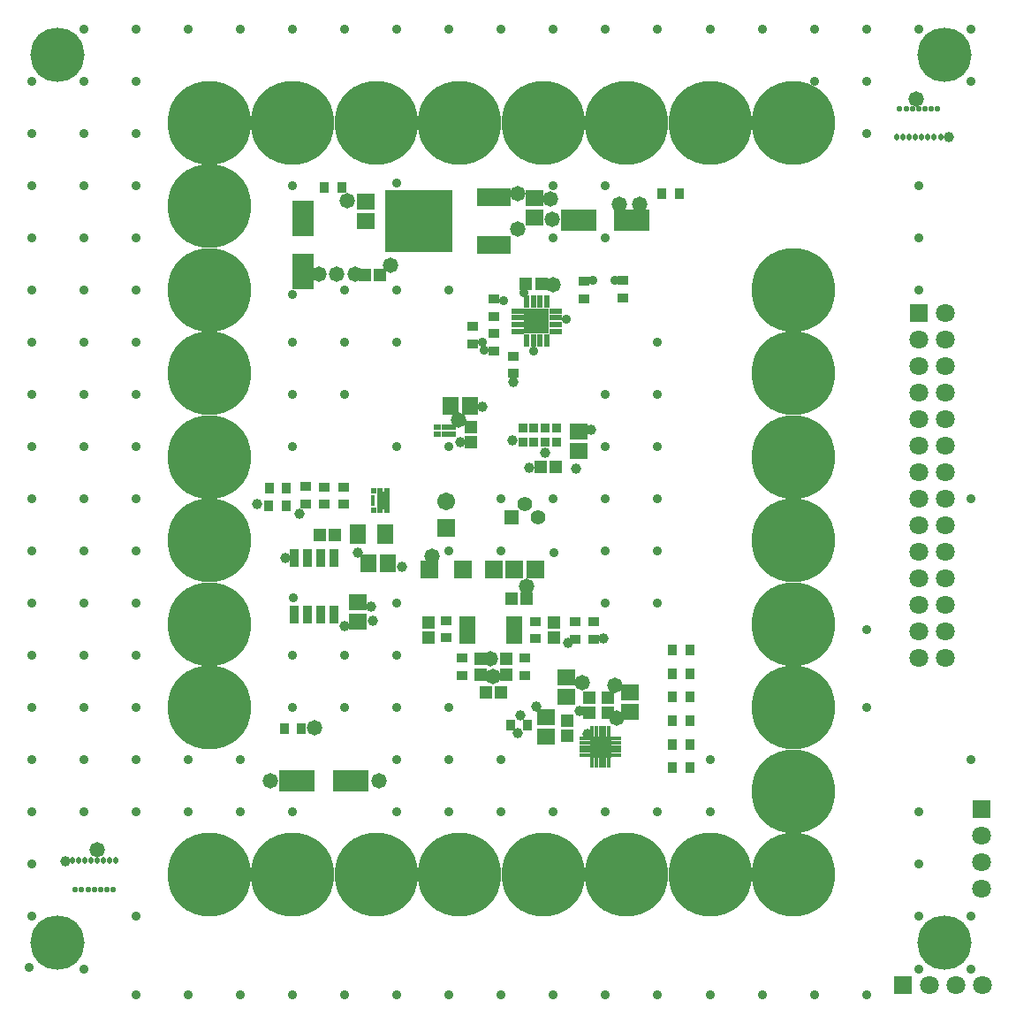
<source format=gbr>
%TF.GenerationSoftware,Altium Limited,Altium Designer,23.9.2 (47)*%
G04 Layer_Color=8388736*
%FSLAX25Y25*%
%MOIN*%
%TF.SameCoordinates,F944BC78-FABB-4A85-9D96-7E9E55BFA98D*%
%TF.FilePolarity,Negative*%
%TF.FileFunction,Soldermask,Top*%
%TF.Part,Single*%
G01*
G75*
%TA.AperFunction,SMDPad,CuDef*%
%ADD62R,0.03556X0.04343*%
G04:AMPARAMS|DCode=63|XSize=17.06mil|YSize=21.39mil|CornerRadius=4.91mil|HoleSize=0mil|Usage=FLASHONLY|Rotation=180.000|XOffset=0mil|YOffset=0mil|HoleType=Round|Shape=RoundedRectangle|*
%AMROUNDEDRECTD63*
21,1,0.01706,0.01158,0,0,180.0*
21,1,0.00724,0.02139,0,0,180.0*
1,1,0.00981,-0.00362,0.00579*
1,1,0.00981,0.00362,0.00579*
1,1,0.00981,0.00362,-0.00579*
1,1,0.00981,-0.00362,-0.00579*
%
%ADD63ROUNDEDRECTD63*%
G04:AMPARAMS|DCode=64|XSize=17.06mil|YSize=25.32mil|CornerRadius=4.91mil|HoleSize=0mil|Usage=FLASHONLY|Rotation=180.000|XOffset=0mil|YOffset=0mil|HoleType=Round|Shape=RoundedRectangle|*
%AMROUNDEDRECTD64*
21,1,0.01706,0.01551,0,0,180.0*
21,1,0.00724,0.02532,0,0,180.0*
1,1,0.00981,-0.00362,0.00776*
1,1,0.00981,0.00362,0.00776*
1,1,0.00981,0.00362,-0.00776*
1,1,0.00981,-0.00362,-0.00776*
%
%ADD64ROUNDEDRECTD64*%
%ADD65R,0.06706X0.06706*%
%ADD66R,0.04343X0.03556*%
%ADD67R,0.04737X0.04737*%
%ADD68R,0.03359X0.06816*%
%ADD69R,0.06115X0.07296*%
%ADD70R,0.01981X0.02178*%
%ADD71R,0.04540X0.06706*%
%ADD72R,0.01725X0.04225*%
%ADD73R,0.05918X0.06509*%
%ADD74R,0.13202X0.07887*%
%ADD75R,0.06509X0.05918*%
%ADD76R,0.03654X0.03556*%
%ADD77R,0.04737X0.04737*%
%ADD78R,0.04698X0.04501*%
%ADD79R,0.07887X0.13202*%
%ADD80R,0.12611X0.07099*%
%ADD81R,0.25210X0.23635*%
%ADD82R,0.04934X0.02178*%
%ADD83R,0.02178X0.04934*%
%ADD84R,0.09698X0.09698*%
%ADD85R,0.07887X0.07887*%
%ADD86R,0.01587X0.03950*%
%ADD87R,0.03950X0.01587*%
%ADD88R,0.06410X0.02572*%
%ADD89R,0.06706X0.06706*%
%ADD90R,0.02769X0.02375*%
%TA.AperFunction,ComponentPad*%
%ADD91C,0.07099*%
%ADD92R,0.07099X0.07099*%
%TA.AperFunction,ViaPad*%
%ADD93C,0.20485*%
%TA.AperFunction,ComponentPad*%
%ADD94C,0.06706*%
%ADD95R,0.06706X0.06706*%
%ADD96C,0.31509*%
%ADD97R,0.07099X0.07099*%
%ADD98C,0.05493*%
%ADD99R,0.05493X0.05493*%
%TA.AperFunction,ViaPad*%
%ADD100C,0.03950*%
%ADD101C,0.03556*%
%ADD102C,0.05800*%
D62*
X29662Y-65748D02*
D03*
X23151D02*
D03*
X-67823Y23622D02*
D03*
X-61311D02*
D03*
X-61417Y16929D02*
D03*
X-67929D02*
D03*
X80315Y134646D02*
D03*
X86827D02*
D03*
X-62205Y-66929D02*
D03*
X-55693D02*
D03*
X90854Y-37402D02*
D03*
X84342D02*
D03*
Y-46260D02*
D03*
X90854D02*
D03*
X84342Y-55118D02*
D03*
X90854D02*
D03*
Y-63976D02*
D03*
X84342D02*
D03*
Y-72835D02*
D03*
X90854D02*
D03*
X84342Y-81693D02*
D03*
X90854D02*
D03*
X-46957Y137008D02*
D03*
X-40445D02*
D03*
D63*
X170079Y166850D02*
D03*
X172441D02*
D03*
X174803D02*
D03*
X177165D02*
D03*
X179527D02*
D03*
X181890D02*
D03*
X184252D02*
D03*
X-140945Y-127480D02*
D03*
X-138583D02*
D03*
X-136221D02*
D03*
X-133858D02*
D03*
X-131496D02*
D03*
X-129134D02*
D03*
X-126772D02*
D03*
D64*
X168898Y155984D02*
D03*
X171260D02*
D03*
X173622D02*
D03*
X175984D02*
D03*
X178347D02*
D03*
X180709D02*
D03*
X183071D02*
D03*
X185433D02*
D03*
X-142126Y-116614D02*
D03*
X-139764D02*
D03*
X-137402D02*
D03*
X-135039D02*
D03*
X-132677D02*
D03*
X-130315D02*
D03*
X-127953D02*
D03*
X-125591D02*
D03*
D65*
X-147638Y-147638D02*
D03*
D66*
X54724Y-26665D02*
D03*
Y-33177D02*
D03*
X47638Y-33177D02*
D03*
Y-26665D02*
D03*
X-39764Y24122D02*
D03*
Y17610D02*
D03*
X-47244Y24122D02*
D03*
Y17610D02*
D03*
X-53937Y17717D02*
D03*
Y24228D02*
D03*
X28607Y-46884D02*
D03*
Y-40372D02*
D03*
X32480Y-26584D02*
D03*
Y-33095D02*
D03*
X-984Y-32792D02*
D03*
Y-26281D02*
D03*
X4905Y-46884D02*
D03*
Y-40372D02*
D03*
X50787Y101681D02*
D03*
Y95169D02*
D03*
X16929Y88476D02*
D03*
Y94988D02*
D03*
X24409Y66932D02*
D03*
Y73444D02*
D03*
X9055Y84646D02*
D03*
Y78134D02*
D03*
X65748Y101969D02*
D03*
Y95457D02*
D03*
X16929Y81996D02*
D03*
Y75484D02*
D03*
D67*
X-48819Y5906D02*
D03*
X-43095D02*
D03*
X40264Y31593D02*
D03*
X34539D02*
D03*
X19594Y-53279D02*
D03*
X13870D02*
D03*
X23622Y-18110D02*
D03*
X29346D02*
D03*
X29028Y100787D02*
D03*
X34752D02*
D03*
D68*
X-43287Y-2713D02*
D03*
X-48287D02*
D03*
X-53287D02*
D03*
X-58287D02*
D03*
Y-24059D02*
D03*
X-53287D02*
D03*
X-48287D02*
D03*
X-43287D02*
D03*
D69*
X-34350Y6299D02*
D03*
X-23917D02*
D03*
D70*
X-23425Y22539D02*
D03*
X-25984D02*
D03*
X-28543D02*
D03*
Y15256D02*
D03*
X-25984D02*
D03*
X-23425D02*
D03*
D71*
X-24705Y18898D02*
D03*
D72*
X-28614D02*
D03*
D73*
X-30421Y-4724D02*
D03*
X-23122D02*
D03*
X7980Y54803D02*
D03*
X681D02*
D03*
D74*
X-57284Y-86614D02*
D03*
X-37205D02*
D03*
X68898Y124803D02*
D03*
X48819D02*
D03*
D75*
X-31509Y124303D02*
D03*
Y131602D02*
D03*
X48819Y44988D02*
D03*
Y37689D02*
D03*
X-34252Y-19185D02*
D03*
Y-26484D02*
D03*
X36435Y-62729D02*
D03*
Y-70029D02*
D03*
X44291Y-54831D02*
D03*
Y-47532D02*
D03*
X68174Y-60736D02*
D03*
Y-53437D02*
D03*
X32283Y132890D02*
D03*
Y125591D02*
D03*
D76*
X27756Y46457D02*
D03*
X31988D02*
D03*
X36220D02*
D03*
X40453D02*
D03*
Y40945D02*
D03*
X36220D02*
D03*
X31988D02*
D03*
X27756D02*
D03*
D77*
X44570Y-69791D02*
D03*
Y-64067D02*
D03*
X60039Y-55209D02*
D03*
Y-60933D02*
D03*
X52889Y-55209D02*
D03*
Y-60933D02*
D03*
X8268Y46839D02*
D03*
Y41114D02*
D03*
X11811Y-40766D02*
D03*
Y-46490D02*
D03*
X21654Y-40766D02*
D03*
Y-46490D02*
D03*
X39434Y-32702D02*
D03*
Y-26977D02*
D03*
X-7891Y-32702D02*
D03*
Y-26977D02*
D03*
D78*
X-25984Y103956D02*
D03*
X-31772D02*
D03*
D79*
X-55118Y105315D02*
D03*
Y125394D02*
D03*
D80*
X16858Y133405D02*
D03*
Y115413D02*
D03*
D81*
X-11409Y124409D02*
D03*
D82*
X25787Y90453D02*
D03*
Y87894D02*
D03*
Y85335D02*
D03*
Y82776D02*
D03*
X40354D02*
D03*
Y85335D02*
D03*
Y87894D02*
D03*
Y90453D02*
D03*
D83*
X29232Y79331D02*
D03*
X31791D02*
D03*
X34350D02*
D03*
X36909D02*
D03*
Y93898D02*
D03*
X34350D02*
D03*
X31791D02*
D03*
X29232D02*
D03*
D84*
X33071Y86614D02*
D03*
D85*
X57087Y-73819D02*
D03*
D86*
X53937Y-67913D02*
D03*
X55512D02*
D03*
X57087D02*
D03*
X58661D02*
D03*
X60236D02*
D03*
Y-79724D02*
D03*
X58661D02*
D03*
X57087D02*
D03*
X55512D02*
D03*
X53937D02*
D03*
D87*
X62992Y-70669D02*
D03*
Y-72244D02*
D03*
Y-73819D02*
D03*
Y-75394D02*
D03*
Y-76968D02*
D03*
X51181D02*
D03*
Y-75394D02*
D03*
Y-73819D02*
D03*
Y-72244D02*
D03*
Y-70669D02*
D03*
D88*
X7039Y-26001D02*
D03*
Y-28560D02*
D03*
Y-31119D02*
D03*
Y-33678D02*
D03*
X24457D02*
D03*
Y-31119D02*
D03*
Y-28560D02*
D03*
Y-26001D02*
D03*
D89*
X16755Y-6890D02*
D03*
X32503D02*
D03*
X24629D02*
D03*
X5315D02*
D03*
X-7283D02*
D03*
D90*
X-4429Y46732D02*
D03*
X-1575D02*
D03*
X1280D02*
D03*
Y43976D02*
D03*
X-1575D02*
D03*
X-4429D02*
D03*
D91*
X201181Y-163779D02*
D03*
X191181D02*
D03*
X181181D02*
D03*
X200787Y-127284D02*
D03*
Y-117283D02*
D03*
Y-107283D02*
D03*
X187165Y59701D02*
D03*
X177165Y-30299D02*
D03*
X187165Y69701D02*
D03*
X177165Y-40299D02*
D03*
X187165D02*
D03*
Y-30299D02*
D03*
Y-20299D02*
D03*
Y-10299D02*
D03*
Y-299D02*
D03*
Y9701D02*
D03*
Y19701D02*
D03*
Y29701D02*
D03*
Y39701D02*
D03*
Y49701D02*
D03*
X177165Y-20299D02*
D03*
Y-10299D02*
D03*
Y-299D02*
D03*
Y9701D02*
D03*
Y19701D02*
D03*
Y29701D02*
D03*
Y39701D02*
D03*
Y49701D02*
D03*
Y59701D02*
D03*
Y69701D02*
D03*
Y79701D02*
D03*
X187165D02*
D03*
Y89701D02*
D03*
D92*
X171181Y-163779D02*
D03*
D93*
X187008Y187008D02*
D03*
X-147638D02*
D03*
Y-147638D02*
D03*
X187008D02*
D03*
D94*
X-984Y18701D02*
D03*
D95*
Y8858D02*
D03*
D96*
X129921Y66929D02*
D03*
Y35433D02*
D03*
Y3937D02*
D03*
Y-27559D02*
D03*
Y-59055D02*
D03*
Y-90551D02*
D03*
Y-122047D02*
D03*
X-90551Y66929D02*
D03*
Y98425D02*
D03*
Y-27559D02*
D03*
Y3937D02*
D03*
Y35433D02*
D03*
Y129921D02*
D03*
X129921Y161417D02*
D03*
X-27559D02*
D03*
X-59055D02*
D03*
X66929D02*
D03*
X98425D02*
D03*
X35433D02*
D03*
X3937D02*
D03*
X-90551D02*
D03*
X-27559Y-122047D02*
D03*
X-59055D02*
D03*
X66929D02*
D03*
X98425D02*
D03*
X35433D02*
D03*
X3937D02*
D03*
X-90551D02*
D03*
Y-59055D02*
D03*
X129921Y98425D02*
D03*
D97*
X200787Y-97284D02*
D03*
X177165Y89701D02*
D03*
D98*
X28465Y17795D02*
D03*
X33465Y12795D02*
D03*
D99*
X23465D02*
D03*
D100*
X33071Y-58661D02*
D03*
X26772Y-61811D02*
D03*
X25984Y-68504D02*
D03*
X188583Y155905D02*
D03*
X49213Y-60236D02*
D03*
X44882Y-34646D02*
D03*
X58268Y-33071D02*
D03*
X-17717Y-5906D02*
D03*
X-34350Y-500D02*
D03*
X-56299Y14173D02*
D03*
X-72441Y17717D02*
D03*
X-61811Y-2756D02*
D03*
X-39370Y-28346D02*
D03*
X-28740Y-26378D02*
D03*
X36220Y37008D02*
D03*
X30315Y31496D02*
D03*
X48031Y31102D02*
D03*
X24409Y63779D02*
D03*
X53543Y45669D02*
D03*
X24016Y41732D02*
D03*
X4339Y41114D02*
D03*
X12598Y54331D02*
D03*
X-144882Y-116929D02*
D03*
X52165Y-68898D02*
D03*
X-29331Y-20866D02*
D03*
D101*
X19685Y-78740D02*
D03*
X-157480Y-118110D02*
D03*
X-118170Y-137758D02*
D03*
X157480Y-29528D02*
D03*
Y-59055D02*
D03*
X196850Y19685D02*
D03*
X177165Y98425D02*
D03*
Y118110D02*
D03*
Y137795D02*
D03*
X157480Y157480D02*
D03*
X196850Y-78740D02*
D03*
X177165Y-98425D02*
D03*
Y-118110D02*
D03*
X196850Y-157480D02*
D03*
Y-137795D02*
D03*
X177165D02*
D03*
Y-157480D02*
D03*
X157480Y-167323D02*
D03*
X137795D02*
D03*
X118110D02*
D03*
X98425D02*
D03*
X78740D02*
D03*
X59055D02*
D03*
X39370D02*
D03*
X19685D02*
D03*
X0D02*
D03*
X-19685D02*
D03*
X-39370D02*
D03*
X-59055D02*
D03*
X-78740D02*
D03*
X-98425D02*
D03*
X-118110D02*
D03*
X-137795Y-157480D02*
D03*
X-158509Y-156859D02*
D03*
X-157480Y-137795D02*
D03*
X137795Y177165D02*
D03*
X157480D02*
D03*
X196850D02*
D03*
Y196850D02*
D03*
X177165D02*
D03*
X157480D02*
D03*
X137795D02*
D03*
X118110D02*
D03*
X98425D02*
D03*
X78740D02*
D03*
X59055D02*
D03*
X19685D02*
D03*
X39370D02*
D03*
X0D02*
D03*
X-19685D02*
D03*
X-39370D02*
D03*
X-59055D02*
D03*
X-78740D02*
D03*
X-98425D02*
D03*
X-137795D02*
D03*
X-118110D02*
D03*
X59055Y137795D02*
D03*
Y118110D02*
D03*
X39370D02*
D03*
Y137795D02*
D03*
X-19653Y138775D02*
D03*
X-59055Y137795D02*
D03*
X-59117Y96792D02*
D03*
X-39370Y98425D02*
D03*
X-19685D02*
D03*
X0D02*
D03*
X-19685Y78740D02*
D03*
X-39370Y59055D02*
D03*
Y78740D02*
D03*
X-59055D02*
D03*
Y59055D02*
D03*
Y39370D02*
D03*
X-58740Y-17723D02*
D03*
X-19685Y-39370D02*
D03*
Y-19685D02*
D03*
Y39370D02*
D03*
X0D02*
D03*
Y0D02*
D03*
X19685D02*
D03*
Y19685D02*
D03*
X39370D02*
D03*
X39626Y-742D02*
D03*
X59055Y-19685D02*
D03*
Y0D02*
D03*
Y19685D02*
D03*
Y39370D02*
D03*
Y59055D02*
D03*
X78740Y78740D02*
D03*
Y59055D02*
D03*
Y39370D02*
D03*
Y19685D02*
D03*
Y0D02*
D03*
Y-19685D02*
D03*
X98425Y-78740D02*
D03*
Y-98425D02*
D03*
X78740D02*
D03*
X59055D02*
D03*
X39370D02*
D03*
X19685D02*
D03*
X0Y-59055D02*
D03*
Y-78740D02*
D03*
Y-98425D02*
D03*
X-19685D02*
D03*
Y-78740D02*
D03*
Y-59055D02*
D03*
X-39370D02*
D03*
Y-39370D02*
D03*
X-59055D02*
D03*
Y-59055D02*
D03*
X-78740Y-78740D02*
D03*
X-98425D02*
D03*
X-59055Y-98425D02*
D03*
X-78740D02*
D03*
X-98425D02*
D03*
X-118110D02*
D03*
X-137795D02*
D03*
X-157480D02*
D03*
Y-78740D02*
D03*
X-137795D02*
D03*
X-118110D02*
D03*
Y-59055D02*
D03*
X-137795D02*
D03*
X-157480D02*
D03*
Y-39370D02*
D03*
X-137795D02*
D03*
X-118110D02*
D03*
Y-19685D02*
D03*
X-137795D02*
D03*
X-157480D02*
D03*
Y0D02*
D03*
X-137795D02*
D03*
X-118110D02*
D03*
Y19685D02*
D03*
X-137795D02*
D03*
X-157480D02*
D03*
Y39370D02*
D03*
X-137795D02*
D03*
X-118110D02*
D03*
Y59055D02*
D03*
X-137795D02*
D03*
X-157480D02*
D03*
Y78740D02*
D03*
X-137795D02*
D03*
X-118110D02*
D03*
Y98425D02*
D03*
X-137795D02*
D03*
X-157480D02*
D03*
Y118110D02*
D03*
X-137795D02*
D03*
X-118110D02*
D03*
Y137795D02*
D03*
X-137795D02*
D03*
X-157480D02*
D03*
Y177165D02*
D03*
X-137795D02*
D03*
X-118110D02*
D03*
Y157480D02*
D03*
X-137795D02*
D03*
X-157480D02*
D03*
X31789Y75249D02*
D03*
X20472Y94488D02*
D03*
X13386Y75590D02*
D03*
X12598Y78740D02*
D03*
X54331Y101969D02*
D03*
X62598D02*
D03*
X28346Y97244D02*
D03*
X44094Y87402D02*
D03*
D102*
X-132677Y-112598D02*
D03*
X176108Y170230D02*
D03*
X29134Y-13386D02*
D03*
X-6299Y-1969D02*
D03*
X72047Y130709D02*
D03*
X64173D02*
D03*
X15748Y-40551D02*
D03*
X25984Y121260D02*
D03*
Y134646D02*
D03*
X-26378Y-86614D02*
D03*
X-67323D02*
D03*
X-50787Y-66535D02*
D03*
X39370Y100394D02*
D03*
X62598Y-50787D02*
D03*
X50394Y-49606D02*
D03*
X63386Y-62992D02*
D03*
X3543Y49213D02*
D03*
X38976Y125197D02*
D03*
X38189Y132677D02*
D03*
X-38386Y131890D02*
D03*
X-42323Y104331D02*
D03*
X-49213D02*
D03*
X-35433D02*
D03*
X-22138Y107802D02*
D03*
X-3937Y118110D02*
D03*
X-15748D02*
D03*
Y129921D02*
D03*
X-3937D02*
D03*
X16732Y-47244D02*
D03*
%TF.MD5,623d59c1aadf488210811d74951f0618*%
M02*

</source>
